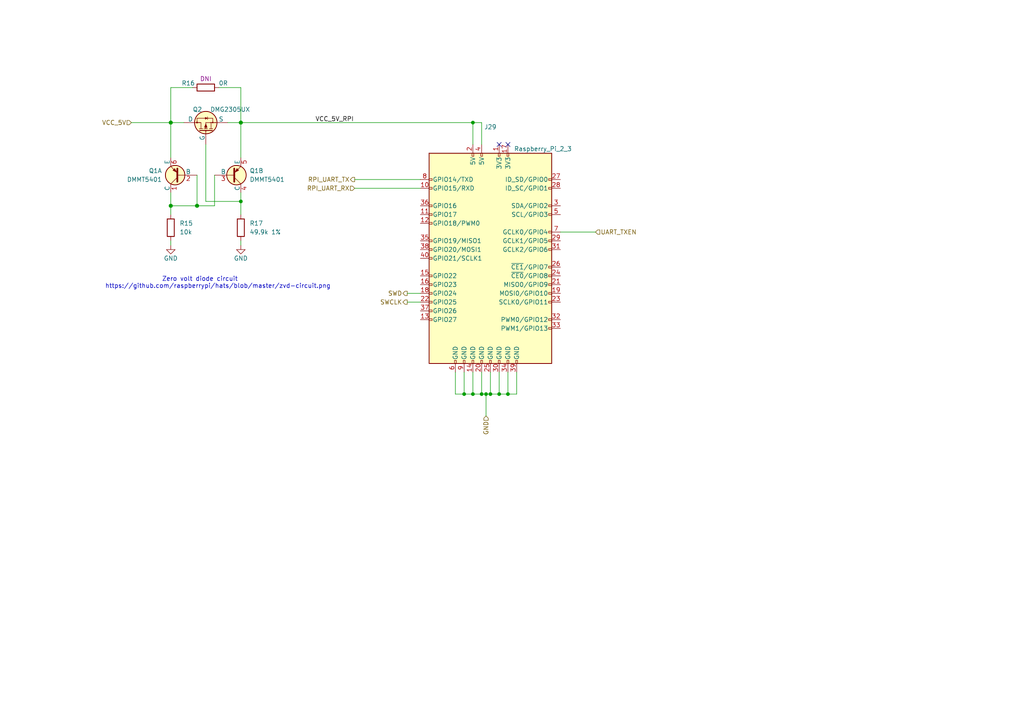
<source format=kicad_sch>
(kicad_sch (version 20211123) (generator eeschema)
  (paper "A4")
  (lib_symbols
    (symbol "Connector:Raspberry_Pi_2_3" (pin_names (offset 1.016))
      (property "Reference" "J" (at -17.78 31.75 0))
      (property "Value" "Raspberry_Pi_2_3" (at 10.16 -31.75 0))
      (symbol "Raspberry_Pi_2_3_0_1"
        (rectangle (start -17.78 30.48) (end 17.78 -30.48) (stroke (width 0.254)) (fill (type background)))
      )
      (symbol "Raspberry_Pi_2_3_1_1"
        (rectangle (start -16.891 -17.526) (end -17.78 -18.034))
        (rectangle (start -16.891 -14.986) (end -17.78 -15.494))
        (rectangle (start -16.891 -12.446) (end -17.78 -12.954))
        (rectangle (start -16.891 -9.906) (end -17.78 -10.414))
        (rectangle (start -16.891 -7.366) (end -17.78 -7.874))
        (rectangle (start -16.891 -4.826) (end -17.78 -5.334))
        (rectangle (start -16.891 0.254) (end -17.78 -0.254))
        (rectangle (start -16.891 2.794) (end -17.78 2.286))
        (rectangle (start -16.891 5.334) (end -17.78 4.826))
        (rectangle (start -16.891 10.414) (end -17.78 9.906))
        (rectangle (start -16.891 12.954) (end -17.78 12.446))
        (rectangle (start -16.891 15.494) (end -17.78 14.986))
        (rectangle (start -16.891 20.574) (end -17.78 20.066))
        (rectangle (start -16.891 23.114) (end -17.78 22.606))
        (rectangle (start -10.414 -29.591) (end -9.906 -30.48))
        (rectangle (start -7.874 -29.591) (end -7.366 -30.48))
        (rectangle (start -5.334 -29.591) (end -4.826 -30.48))
        (rectangle (start -5.334 30.48) (end -4.826 29.591))
        (rectangle (start -2.794 -29.591) (end -2.286 -30.48))
        (rectangle (start -2.794 30.48) (end -2.286 29.591))
        (rectangle (start -0.254 -29.591) (end 0.254 -30.48))
        (rectangle (start 2.286 -29.591) (end 2.794 -30.48))
        (rectangle (start 2.286 30.48) (end 2.794 29.591))
        (rectangle (start 4.826 -29.591) (end 5.334 -30.48))
        (rectangle (start 4.826 30.48) (end 5.334 29.591))
        (rectangle (start 7.366 -29.591) (end 7.874 -30.48))
        (rectangle (start 17.78 -20.066) (end 16.891 -20.574))
        (rectangle (start 17.78 -17.526) (end 16.891 -18.034))
        (rectangle (start 17.78 -12.446) (end 16.891 -12.954))
        (rectangle (start 17.78 -9.906) (end 16.891 -10.414))
        (rectangle (start 17.78 -7.366) (end 16.891 -7.874))
        (rectangle (start 17.78 -4.826) (end 16.891 -5.334))
        (rectangle (start 17.78 -2.286) (end 16.891 -2.794))
        (rectangle (start 17.78 2.794) (end 16.891 2.286))
        (rectangle (start 17.78 5.334) (end 16.891 4.826))
        (rectangle (start 17.78 7.874) (end 16.891 7.366))
        (rectangle (start 17.78 12.954) (end 16.891 12.446))
        (rectangle (start 17.78 15.494) (end 16.891 14.986))
        (rectangle (start 17.78 20.574) (end 16.891 20.066))
        (rectangle (start 17.78 23.114) (end 16.891 22.606))
        (pin power_in line (at 2.54 33.02 270) (length 2.54) (name "3V3") (number "1"))
        (pin bidirectional line (at -20.32 20.32 0) (length 2.54) (name "GPIO15/RXD") (number "10"))
        (pin bidirectional line (at -20.32 12.7 0) (length 2.54) (name "GPIO17") (number "11"))
        (pin bidirectional line (at -20.32 10.16 0) (length 2.54) (name "GPIO18/PWM0") (number "12"))
        (pin bidirectional line (at -20.32 -17.78 0) (length 2.54) (name "GPIO27") (number "13"))
        (pin power_in line (at -5.08 -33.02 90) (length 2.54) (name "GND") (number "14"))
        (pin bidirectional line (at -20.32 -5.08 0) (length 2.54) (name "GPIO22") (number "15"))
        (pin bidirectional line (at -20.32 -7.62 0) (length 2.54) (name "GPIO23") (number "16"))
        (pin power_in line (at 5.08 33.02 270) (length 2.54) (name "3V3") (number "17"))
        (pin bidirectional line (at -20.32 -10.16 0) (length 2.54) (name "GPIO24") (number "18"))
        (pin bidirectional line (at 20.32 -10.16 180) (length 2.54) (name "MOSI0/GPIO10") (number "19"))
        (pin power_in line (at -5.08 33.02 270) (length 2.54) (name "5V") (number "2"))
        (pin power_in line (at -2.54 -33.02 90) (length 2.54) (name "GND") (number "20"))
        (pin bidirectional line (at 20.32 -7.62 180) (length 2.54) (name "MISO0/GPIO9") (number "21"))
        (pin bidirectional line (at -20.32 -12.7 0) (length 2.54) (name "GPIO25") (number "22"))
        (pin bidirectional line (at 20.32 -12.7 180) (length 2.54) (name "SCLK0/GPIO11") (number "23"))
        (pin bidirectional line (at 20.32 -5.08 180) (length 2.54) (name "~{CE0}/GPIO8") (number "24"))
        (pin power_in line (at 0 -33.02 90) (length 2.54) (name "GND") (number "25"))
        (pin bidirectional line (at 20.32 -2.54 180) (length 2.54) (name "~{CE1}/GPIO7") (number "26"))
        (pin bidirectional line (at 20.32 22.86 180) (length 2.54) (name "ID_SD/GPIO0") (number "27"))
        (pin bidirectional line (at 20.32 20.32 180) (length 2.54) (name "ID_SC/GPIO1") (number "28"))
        (pin bidirectional line (at 20.32 5.08 180) (length 2.54) (name "GCLK1/GPIO5") (number "29"))
        (pin bidirectional line (at 20.32 15.24 180) (length 2.54) (name "SDA/GPIO2") (number "3"))
        (pin power_in line (at 2.54 -33.02 90) (length 2.54) (name "GND") (number "30"))
        (pin bidirectional line (at 20.32 2.54 180) (length 2.54) (name "GCLK2/GPIO6") (number "31"))
        (pin bidirectional line (at 20.32 -17.78 180) (length 2.54) (name "PWM0/GPIO12") (number "32"))
        (pin bidirectional line (at 20.32 -20.32 180) (length 2.54) (name "PWM1/GPIO13") (number "33"))
        (pin power_in line (at 5.08 -33.02 90) (length 2.54) (name "GND") (number "34"))
        (pin bidirectional line (at -20.32 5.08 0) (length 2.54) (name "GPIO19/MISO1") (number "35"))
        (pin bidirectional line (at -20.32 15.24 0) (length 2.54) (name "GPIO16") (number "36"))
        (pin bidirectional line (at -20.32 -15.24 0) (length 2.54) (name "GPIO26") (number "37"))
        (pin bidirectional line (at -20.32 2.54 0) (length 2.54) (name "GPIO20/MOSI1") (number "38"))
        (pin power_in line (at 7.62 -33.02 90) (length 2.54) (name "GND") (number "39"))
        (pin power_in line (at -2.54 33.02 270) (length 2.54) (name "5V") (number "4"))
        (pin bidirectional line (at -20.32 0 0) (length 2.54) (name "GPIO21/SCLK1") (number "40"))
        (pin bidirectional line (at 20.32 12.7 180) (length 2.54) (name "SCL/GPIO3") (number "5"))
        (pin power_in line (at -10.16 -33.02 90) (length 2.54) (name "GND") (number "6"))
        (pin bidirectional line (at 20.32 7.62 180) (length 2.54) (name "GCLK0/GPIO4") (number "7"))
        (pin bidirectional line (at -20.32 22.86 0) (length 2.54) (name "GPIO14/TXD") (number "8"))
        (pin power_in line (at -7.62 -33.02 90) (length 2.54) (name "GND") (number "9"))
      )
    )
    (symbol "Device:R" (pin_numbers hide) (pin_names (offset 0))
      (property "Reference" "R" (at 2.032 0 90))
      (property "Value" "R" (at 0 0 90))
      (symbol "R_0_1"
        (rectangle (start -1.016 -2.54) (end 1.016 2.54) (stroke (width 0.254)))
      )
      (symbol "R_1_1"
        (pin passive line (at 0 3.81 270) (length 1.27) (name "~") (number "1"))
        (pin passive line (at 0 -3.81 90) (length 1.27) (name "~") (number "2"))
      )
    )
    (symbol "PersonnalSymbolLibrary:DMMT5401" (pin_names (offset 0))
      (property "Reference" "Q" (at 5.08 1.905 0))
      (property "Value" "DMMT5401" (at 5.08 0 0))
      (symbol "DMMT5401_0_1"
        (polyline (pts (xy 0 0) (xy 0.635 0)))
        (polyline (pts (xy 2.54 -2.54) (xy 0.635 -0.635)))
        (polyline (pts (xy 2.54 2.54) (xy 0.635 0.635)))
        (polyline (pts (xy 0.635 1.905) (xy 0.635 -1.905) (xy 0.635 -1.905)) (stroke (width 0.508)) (fill (type outline)))
        (polyline (pts (xy 1.397 -1.905) (xy 1.905 -1.397) (xy 0.889 -0.889) (xy 1.397 -1.905) (xy 1.397 -1.905)) (fill (type outline)))
        (circle (center 1.27 0) (radius 2.8194) (stroke (width 0.254)) (fill (type background)))
      )
      (symbol "DMMT5401_1_1"
        (pin passive line (at 2.54 5.08 270) (length 2.54) (name "C") (number "1"))
        (pin input line (at -5.08 0 0) (length 5.08) (name "B") (number "2"))
        (pin passive line (at 2.54 -5.08 90) (length 2.54) (name "E") (number "6"))
      )
      (symbol "DMMT5401_2_1"
        (pin input line (at -5.08 0 0) (length 5.08) (name "B") (number "3"))
        (pin passive line (at 2.54 5.08 270) (length 2.54) (name "C") (number "4"))
        (pin passive line (at 2.54 -5.08 90) (length 2.54) (name "E") (number "5"))
      )
    )
    (symbol "power:GND" (power) (pin_names (offset 0))
      (property "Value" "GND" (at 0 -3.81 0))
      (symbol "GND_0_1"
        (polyline (pts (xy 0 0) (xy 0 -1.27) (xy 1.27 -1.27) (xy 0 -2.54) (xy -1.27 -1.27) (xy 0 -1.27)))
      )
      (symbol "GND_1_1"
        (pin power_in line (at 0 0 270) (length 0) hide (name "GND") (number "1"))
      )
    )
    (symbol "raspberrypi_hat:DMG2305UX" (pin_numbers hide) (pin_names (offset 0))
      (property "Reference" "Q" (at -2.54 3.81 0))
      (property "Value" "DMG2305UX" (at 12.7 3.81 0))
      (symbol "DMG2305UX_0_1"
        (polyline (pts (xy -2.54 0) (xy -2.286 0)) (stroke (width 0.254)))
        (polyline (pts (xy -1.778 -1.524) (xy 0 -1.524)))
        (polyline (pts (xy -1.778 -1.016) (xy -1.778 -2.032)))
        (polyline (pts (xy -1.778 0) (xy 0 0)))
        (polyline (pts (xy -1.778 0.508) (xy -1.778 -0.508)))
        (polyline (pts (xy -1.778 1.397) (xy 0 1.397)))
        (polyline (pts (xy -1.778 1.905) (xy -1.778 0.889)))
        (polyline (pts (xy 0 -2.032) (xy 0 -2.921)))
        (polyline (pts (xy 0 -1.778) (xy 0 0)))
        (polyline (pts (xy 0 -1.27) (xy 0 -2.032)))
        (polyline (pts (xy 0 1.524) (xy 0 2.794)))
        (polyline (pts (xy 0 2.159) (xy 0 1.397)))
        (polyline (pts (xy 0.889 -0.5334) (xy 1.6764 -0.508)))
        (polyline (pts (xy -2.286 1.778) (xy -2.286 -1.905) (xy -2.286 -1.397) (xy -2.286 -1.651)) (stroke (width 0.254)))
        (polyline (pts (xy -0.381 0) (xy -1.397 0.381) (xy -1.397 -0.381) (xy -0.381 0)) (fill (type outline)))
        (polyline (pts (xy 1.27 -0.4572) (xy 0.9906 0.1524) (xy 1.524 0.1524) (xy 1.2446 -0.4572)) (fill (type outline)))
        (polyline (pts (xy 0 2.54) (xy 1.27 2.54) (xy 1.27 0.508) (xy 1.27 -2.032) (xy 0 -2.032)))
        (circle (center 0 0) (radius 3.2512) (stroke (width 0.254)) (fill (type background)))
        (circle (center 0.0254 -2.032) (radius 0.1524) (fill (type outline)))
        (circle (center 0.0254 2.54) (radius 0.1778) (fill (type outline)))
      )
      (symbol "DMG2305UX_1_1"
        (pin input line (at -6.35 0 0) (length 3.81) (name "G") (number "1"))
        (pin passive line (at 0 -6.35 90) (length 3.81) (name "S") (number "2"))
        (pin passive line (at 0 6.35 270) (length 3.81) (name "D") (number "3"))
      )
    )
  )
  (junction (at 69.85 35.56) (diameter 1.016))
  (junction (at 69.85 58.42))
  (junction (at 57.15 59.69) (diameter 1.016))
  (junction (at 134.62 114.3))
  (junction (at 137.16 35.56))
  (junction (at 147.32 114.3))
  (junction (at 140.97 114.3))
  (junction (at 49.53 59.69) (diameter 1.016))
  (junction (at 139.7 114.3))
  (junction (at 142.24 114.3))
  (junction (at 49.53 35.56) (diameter 1.016))
  (junction (at 137.16 114.3))
  (junction (at 144.78 114.3))
  (no_connect (at 144.78 41.91))
  (no_connect (at 147.32 41.91))
  (wire (pts (xy 49.53 59.69) (xy 49.53 62.23)))
  (wire (pts (xy 49.53 69.85) (xy 49.53 71.12)))
  (wire (pts (xy 140.97 114.3) (xy 139.7 114.3)))
  (wire (pts (xy 142.24 107.95) (xy 142.24 114.3)))
  (wire (pts (xy 142.24 114.3) (xy 140.97 114.3)))
  (wire (pts (xy 102.87 54.61) (xy 121.92 54.61)))
  (wire (pts (xy 137.16 107.95) (xy 137.16 114.3)))
  (wire (pts (xy 137.16 114.3) (xy 134.62 114.3)))
  (wire (pts (xy 57.15 50.8) (xy 57.15 59.69)))
  (wire (pts (xy 49.53 35.56) (xy 53.34 35.56)))
  (wire (pts (xy 69.85 45.72) (xy 69.85 35.56)))
  (wire (pts (xy 63.5 25.4) (xy 69.85 25.4)))
  (wire (pts (xy 162.56 67.31) (xy 172.72 67.31)))
  (wire (pts (xy 55.88 25.4) (xy 49.53 25.4)))
  (wire (pts (xy 132.08 114.3) (xy 132.08 107.95)))
  (wire (pts (xy 132.08 114.3) (xy 134.62 114.3)))
  (wire (pts (xy 49.53 45.72) (xy 49.53 35.56)))
  (wire (pts (xy 144.78 114.3) (xy 147.32 114.3)))
  (wire (pts (xy 147.32 107.95) (xy 147.32 114.3)))
  (wire (pts (xy 147.32 114.3) (xy 149.86 114.3)))
  (wire (pts (xy 144.78 107.95) (xy 144.78 114.3)))
  (wire (pts (xy 144.78 114.3) (xy 142.24 114.3)))
  (wire (pts (xy 140.97 114.3) (xy 140.97 120.65)))
  (wire (pts (xy 139.7 107.95) (xy 139.7 114.3)))
  (wire (pts (xy 139.7 114.3) (xy 137.16 114.3)))
  (wire (pts (xy 49.53 25.4) (xy 49.53 35.56)))
  (wire (pts (xy 69.85 71.12) (xy 69.85 69.85)))
  (wire (pts (xy 66.04 35.56) (xy 69.85 35.56)))
  (wire (pts (xy 137.16 35.56) (xy 137.16 41.91)))
  (wire (pts (xy 49.53 55.88) (xy 49.53 59.69)))
  (wire (pts (xy 118.11 87.63) (xy 121.92 87.63)))
  (wire (pts (xy 102.87 52.07) (xy 121.92 52.07)))
  (wire (pts (xy 59.69 58.42) (xy 69.85 58.42)))
  (wire (pts (xy 57.15 59.69) (xy 62.23 59.69)))
  (wire (pts (xy 137.16 35.56) (xy 139.7 35.56)))
  (wire (pts (xy 134.62 107.95) (xy 134.62 114.3)))
  (wire (pts (xy 49.53 59.69) (xy 57.15 59.69)))
  (wire (pts (xy 38.1 35.56) (xy 49.53 35.56)))
  (wire (pts (xy 139.7 41.91) (xy 139.7 35.56)))
  (wire (pts (xy 62.23 59.69) (xy 62.23 50.8)))
  (wire (pts (xy 149.86 107.95) (xy 149.86 114.3)))
  (wire (pts (xy 69.85 55.88) (xy 69.85 58.42)))
  (wire (pts (xy 69.85 58.42) (xy 69.85 62.23)))
  (wire (pts (xy 118.11 85.09) (xy 121.92 85.09)))
  (wire (pts (xy 69.85 35.56) (xy 137.16 35.56)))
  (wire (pts (xy 69.85 25.4) (xy 69.85 35.56)))
  (wire (pts (xy 59.69 41.91) (xy 59.69 58.42)))
  (text "https://github.com/raspberrypi/hats/blob/master/zvd-circuit.png" (at 30.48 83.82 0) (effects (font (size 1.27 1.27)) (justify left bottom)))
  (text "Zero volt diode circuit\n\n" (at 46.99 83.82 0) (effects (font (size 1.27 1.27)) (justify left bottom)))
  (label "VCC_5V_RPI" (at 91.44 35.56 0))
  (hierarchical_label "RPI_UART_RX" (shape input) (at 102.87 54.61 180))
  (hierarchical_label "GND" (shape input) (at 140.97 120.65 270))
  (hierarchical_label "RPI_UART_TX" (shape output) (at 102.87 52.07 180))
  (hierarchical_label "SWD" (shape output) (at 118.11 85.09 180))
  (hierarchical_label "VCC_5V" (shape input) (at 38.1 35.56 180))
  (hierarchical_label "SWCLK" (shape output) (at 118.11 87.63 180))
  (hierarchical_label "UART_TXEN" (shape input) (at 172.72 67.31 0))
  (symbol (lib_id "Connector:Raspberry_Pi_2_3") (at 142.24 74.93 0) (unit 1)
    (property "Reference" "J29" (at 142.24 36.83 0))
    (property "Value" "Raspberry_Pi_2_3" (at 157.48 43.18 0))
    (property "Footprint" "PersonnalFootprintLibrary:Raspberry PI 4" (effects hide))
    (property "Datasheet" "https://www.raspberrypi.org/documentation/hardware/raspberrypi/schematics/rpi_SCH_3bplus_1p0_reduced.pdf" (effects hide))
  )
  (symbol (lib_id "raspberrypi_hat:DMG2305UX") (at 59.69 35.56 90) (unit 1)
    (property "Reference" "Q2" (at 55.88 31.75 90) (effects (justify right)))
    (property "Value" "DMG2305UX" (at 60.96 31.75 90) (effects (justify right)))
    (property "Footprint" "Package_TO_SOT_SMD:SOT-23" (effects hide))
    (property "Datasheet" "https://datasheet.lcsc.com/lcsc/1811012320_Diodes-Incorporated-DMG2305UX-7_C150470.pdf" (effects hide))
    (property "LCSC" "C150470" (effects hide))
  )
  (symbol (lib_id "PersonnalSymbolLibrary:DMMT5401") (at 52.07 50.8 180) (unit 1)
    (property "Reference" "Q1" (at 46.99 49.5299 0) (effects (justify left)))
    (property "Value" "DMMT5401" (at 46.99 52.0699 0) (effects (justify left)))
    (property "Footprint" "Package_TO_SOT_SMD:SOT-23-6" (effects hide))
    (property "LCSC" "C154733" (effects hide))
  )
  (symbol (lib_id "Device:R") (at 59.69 25.4 270) (mirror x) (unit 1)
    (property "Reference" "R16" (at 54.61 24.13 90))
    (property "Value" "0R" (at 64.77 24.13 90))
    (property "Footprint" "Resistor_SMD:R_0805_2012Metric" (effects hide))
    (property "Assembly" "DNI" (at 59.69 22.86 90))
  )
  (symbol (lib_id "PersonnalSymbolLibrary:DMMT5401") (at 67.31 50.8 0) (mirror x) (unit 2)
    (property "Reference" "Q1" (at 72.39 49.5299 0) (effects (justify left)))
    (property "Value" "DMMT5401" (at 72.39 52.0699 0) (effects (justify left)))
    (property "Footprint" "Package_TO_SOT_SMD:SOT-23-6" (effects hide))
    (property "LCSC" "C154733" (effects hide))
  )
  (symbol (lib_id "Device:R") (at 49.53 66.04 0) (unit 1)
    (property "Reference" "R15" (at 52.07 64.7699 0) (effects (justify left)))
    (property "Value" "10k" (at 52.07 67.3099 0) (effects (justify left)))
    (property "Footprint" "Resistor_SMD:R_0402_1005Metric_Pad0.72x0.64mm_HandSolder" (effects hide))
    (property "LCSC" "C25744" (effects hide))
  )
  (symbol (lib_id "Device:R") (at 69.85 66.04 0) (unit 1)
    (property "Reference" "R17" (at 72.39 64.7699 0) (effects (justify left)))
    (property "Value" "49.9k 1%" (at 72.39 67.3099 0) (effects (justify left)))
    (property "Footprint" "Resistor_SMD:R_0805_2012Metric" (effects hide))
    (property "LCSC" "C17719" (effects hide))
  )
  (symbol (lib_id "power:GND") (at 49.53 71.12 0) (unit 1)
    (property "Reference" "#PWR061" (effects hide))
    (property "Value" "GND" (at 49.53 74.93 0))
  )
  (symbol (lib_id "power:GND") (at 69.85 71.12 0) (unit 1)
    (property "Reference" "#PWR062" (effects hide))
    (property "Value" "GND" (at 69.85 74.93 0))
  )
)
</source>
